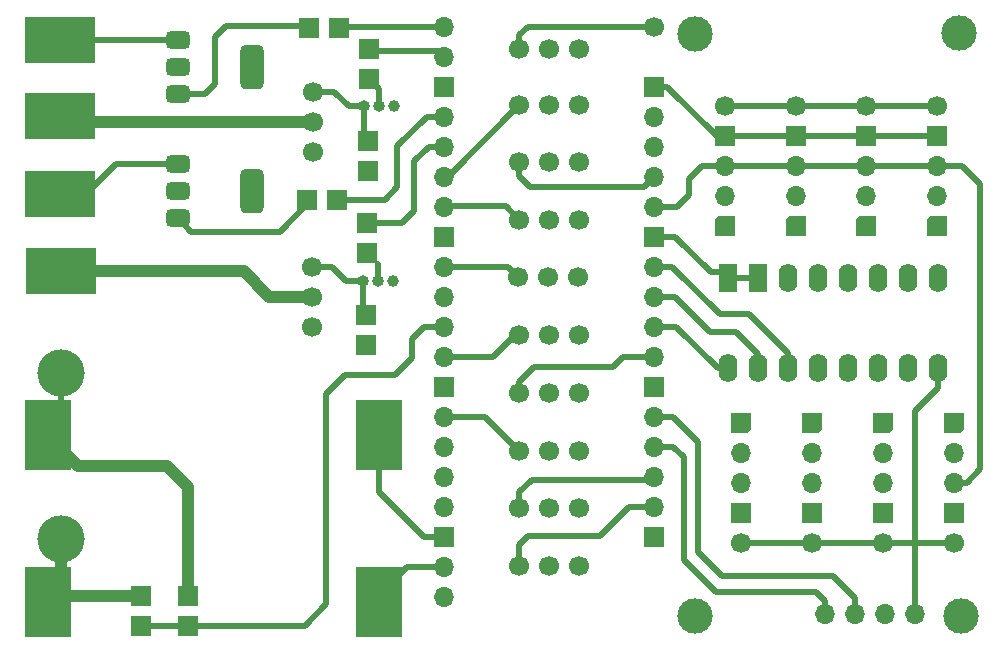
<source format=gtl>
G04 #@! TF.GenerationSoftware,KiCad,Pcbnew,9.0.4*
G04 #@! TF.CreationDate,2026-01-06T16:30:32+03:00*
G04 #@! TF.ProjectId,pico-hd-mcu-v3,7069636f-2d68-4642-9d6d-63752d76332e,rev?*
G04 #@! TF.SameCoordinates,Original*
G04 #@! TF.FileFunction,Copper,L1,Top*
G04 #@! TF.FilePolarity,Positive*
%FSLAX46Y46*%
G04 Gerber Fmt 4.6, Leading zero omitted, Abs format (unit mm)*
G04 Created by KiCad (PCBNEW 9.0.4) date 2026-01-06 16:30:32*
%MOMM*%
%LPD*%
G01*
G04 APERTURE LIST*
G04 Aperture macros list*
%AMRoundRect*
0 Rectangle with rounded corners*
0 $1 Rounding radius*
0 $2 $3 $4 $5 $6 $7 $8 $9 X,Y pos of 4 corners*
0 Add a 4 corners polygon primitive as box body*
4,1,4,$2,$3,$4,$5,$6,$7,$8,$9,$2,$3,0*
0 Add four circle primitives for the rounded corners*
1,1,$1+$1,$2,$3*
1,1,$1+$1,$4,$5*
1,1,$1+$1,$6,$7*
1,1,$1+$1,$8,$9*
0 Add four rect primitives between the rounded corners*
20,1,$1+$1,$2,$3,$4,$5,0*
20,1,$1+$1,$4,$5,$6,$7,0*
20,1,$1+$1,$6,$7,$8,$9,0*
20,1,$1+$1,$8,$9,$2,$3,0*%
%AMOutline5P*
0 Free polygon, 5 corners , with rotation*
0 The origin of the aperture is its center*
0 number of corners: always 5*
0 $1 to $10 corner X, Y*
0 $11 Rotation angle, in degrees counterclockwise*
0 create outline with 5 corners*
4,1,5,$1,$2,$3,$4,$5,$6,$7,$8,$9,$10,$1,$2,$11*%
%AMOutline6P*
0 Free polygon, 6 corners , with rotation*
0 The origin of the aperture is its center*
0 number of corners: always 6*
0 $1 to $12 corner X, Y*
0 $13 Rotation angle, in degrees counterclockwise*
0 create outline with 6 corners*
4,1,6,$1,$2,$3,$4,$5,$6,$7,$8,$9,$10,$11,$12,$1,$2,$13*%
%AMOutline7P*
0 Free polygon, 7 corners , with rotation*
0 The origin of the aperture is its center*
0 number of corners: always 7*
0 $1 to $14 corner X, Y*
0 $15 Rotation angle, in degrees counterclockwise*
0 create outline with 7 corners*
4,1,7,$1,$2,$3,$4,$5,$6,$7,$8,$9,$10,$11,$12,$13,$14,$1,$2,$15*%
%AMOutline8P*
0 Free polygon, 8 corners , with rotation*
0 The origin of the aperture is its center*
0 number of corners: always 8*
0 $1 to $16 corner X, Y*
0 $17 Rotation angle, in degrees counterclockwise*
0 create outline with 8 corners*
4,1,8,$1,$2,$3,$4,$5,$6,$7,$8,$9,$10,$11,$12,$13,$14,$15,$16,$1,$2,$17*%
G04 Aperture macros list end*
G04 #@! TA.AperFunction,ComponentPad*
%ADD10R,1.800000X1.800000*%
G04 #@! TD*
G04 #@! TA.AperFunction,ComponentPad*
%ADD11C,1.700000*%
G04 #@! TD*
G04 #@! TA.AperFunction,ComponentPad*
%ADD12R,1.700000X1.700000*%
G04 #@! TD*
G04 #@! TA.AperFunction,ComponentPad*
%ADD13O,1.700000X1.700000*%
G04 #@! TD*
G04 #@! TA.AperFunction,ComponentPad*
%ADD14Outline5P,-0.850000X0.510000X-0.510000X0.850000X0.850000X0.850000X0.850000X-0.850000X-0.850000X-0.850000X180.000000*%
G04 #@! TD*
G04 #@! TA.AperFunction,ComponentPad*
%ADD15Outline5P,-0.850000X0.510000X-0.510000X0.850000X0.850000X0.850000X0.850000X-0.850000X-0.850000X-0.850000X0.000000*%
G04 #@! TD*
G04 #@! TA.AperFunction,ComponentPad*
%ADD16C,4.000000*%
G04 #@! TD*
G04 #@! TA.AperFunction,SMDPad,CuDef*
%ADD17RoundRect,0.375000X-0.625000X-0.375000X0.625000X-0.375000X0.625000X0.375000X-0.625000X0.375000X0*%
G04 #@! TD*
G04 #@! TA.AperFunction,ComponentPad*
%ADD18RoundRect,0.500000X-0.500000X-1.400000X0.500000X-1.400000X0.500000X1.400000X-0.500000X1.400000X0*%
G04 #@! TD*
G04 #@! TA.AperFunction,ComponentPad*
%ADD19C,3.000000*%
G04 #@! TD*
G04 #@! TA.AperFunction,ComponentPad*
%ADD20R,6.000000X4.000000*%
G04 #@! TD*
G04 #@! TA.AperFunction,ComponentPad*
%ADD21O,1.000000X1.000000*%
G04 #@! TD*
G04 #@! TA.AperFunction,ComponentPad*
%ADD22C,1.000000*%
G04 #@! TD*
G04 #@! TA.AperFunction,ComponentPad*
%ADD23O,1.600000X2.400000*%
G04 #@! TD*
G04 #@! TA.AperFunction,ComponentPad*
%ADD24R,1.600000X2.400000*%
G04 #@! TD*
G04 #@! TA.AperFunction,ComponentPad*
%ADD25R,4.000000X6.000000*%
G04 #@! TD*
G04 #@! TA.AperFunction,Conductor*
%ADD26C,0.500000*%
G04 #@! TD*
G04 #@! TA.AperFunction,Conductor*
%ADD27C,1.000000*%
G04 #@! TD*
G04 APERTURE END LIST*
D10*
X50717500Y-70842500D03*
X50717500Y-73382500D03*
X46712500Y-70852500D03*
X46712500Y-73392500D03*
D11*
X90200000Y-22650000D03*
X103587500Y-66357500D03*
D12*
X103587500Y-63817500D03*
D13*
X103587500Y-61277500D03*
X103587500Y-58737500D03*
D14*
X103587500Y-56197500D03*
D11*
X114177500Y-29367500D03*
D12*
X114177500Y-31907500D03*
D13*
X114177500Y-34447500D03*
X114177500Y-36987500D03*
D15*
X114177500Y-39527500D03*
D16*
X40000000Y-52000000D03*
D11*
X61300000Y-30692500D03*
X61300000Y-28152500D03*
X61300000Y-33232500D03*
D10*
X60960000Y-22785000D03*
X63500000Y-22785000D03*
D17*
X49850000Y-34252500D03*
X49850000Y-38852500D03*
D18*
X56150000Y-36552500D03*
D17*
X49850000Y-36552500D03*
D19*
X116040000Y-23190000D03*
D13*
X90170000Y-63280000D03*
D10*
X65830000Y-49632500D03*
X65830000Y-47092500D03*
D11*
X96177500Y-29367500D03*
D12*
X96177500Y-31907500D03*
D13*
X96177500Y-34447500D03*
X96177500Y-36987500D03*
D15*
X96177500Y-39527500D03*
D20*
X39867500Y-23800000D03*
D11*
X109587500Y-66357500D03*
D12*
X109587500Y-63817500D03*
D13*
X109587500Y-61277500D03*
X109587500Y-58737500D03*
D14*
X109587500Y-56197500D03*
D10*
X60810000Y-37280000D03*
X63350000Y-37280000D03*
D21*
X66820000Y-44157500D03*
X65550000Y-44157500D03*
D22*
X68090000Y-44157500D03*
D19*
X116150000Y-72500000D03*
D11*
X108177500Y-29367500D03*
D12*
X108177500Y-31907500D03*
D13*
X108177500Y-34447500D03*
X108177500Y-36987500D03*
D15*
X108177500Y-39527500D03*
D16*
X40000000Y-66042500D03*
D12*
X90182500Y-65822500D03*
D13*
X90182500Y-60742500D03*
X90182500Y-58202500D03*
X90182500Y-55662500D03*
D12*
X90182500Y-53122500D03*
D13*
X90182500Y-50582500D03*
X90182500Y-48042500D03*
X90182500Y-45502500D03*
X90182500Y-42962500D03*
D12*
X90182500Y-40422500D03*
D13*
X90182500Y-37882500D03*
X90182500Y-35342500D03*
X90182500Y-32802500D03*
X90182500Y-30262500D03*
D12*
X90182500Y-27722500D03*
D13*
X72402500Y-22642500D03*
X72402500Y-25182500D03*
D12*
X72402500Y-27722500D03*
D13*
X72402500Y-30262500D03*
X72402500Y-32802500D03*
X72402500Y-35342500D03*
X72402500Y-37882500D03*
D12*
X72402500Y-40422500D03*
D13*
X72402500Y-42962500D03*
X72402500Y-45502500D03*
X72402500Y-48042500D03*
X72402500Y-50582500D03*
D12*
X72402500Y-53122500D03*
D13*
X72402500Y-55662500D03*
X72402500Y-58202500D03*
X72402500Y-60742500D03*
X72402500Y-63282500D03*
D12*
X72402500Y-65822500D03*
D13*
X72402500Y-68362500D03*
X72402500Y-70902500D03*
D19*
X93700000Y-72525000D03*
D17*
X49850000Y-23752500D03*
X49850000Y-28352500D03*
D18*
X56150000Y-26052500D03*
D17*
X49850000Y-26052500D03*
D11*
X61200000Y-45492500D03*
X61200000Y-42952500D03*
X61200000Y-48032500D03*
D19*
X93675000Y-23242500D03*
D13*
X109715000Y-72360000D03*
X104635000Y-72360000D03*
X107175000Y-72360000D03*
X112255000Y-72360000D03*
D20*
X39900000Y-30200000D03*
D11*
X97587500Y-66357500D03*
D12*
X97587500Y-63817500D03*
D13*
X97587500Y-61277500D03*
X97587500Y-58737500D03*
D14*
X97587500Y-56197500D03*
D11*
X115587500Y-66357500D03*
D12*
X115587500Y-63817500D03*
D13*
X115587500Y-61277500D03*
X115587500Y-58737500D03*
D14*
X115587500Y-56197500D03*
D20*
X39910000Y-36787500D03*
D10*
X65920000Y-41837500D03*
X65920000Y-39297500D03*
D21*
X66920000Y-29377500D03*
X65650000Y-29377500D03*
D22*
X68190000Y-29377500D03*
D20*
X39995000Y-43357500D03*
D10*
X65940000Y-34832500D03*
X65940000Y-32292500D03*
D11*
X102177500Y-29367500D03*
D12*
X102177500Y-31907500D03*
D13*
X102177500Y-34447500D03*
X102177500Y-36987500D03*
D15*
X102177500Y-39527500D03*
D10*
X66035000Y-27062500D03*
X66035000Y-24522500D03*
D23*
X114255000Y-43927500D03*
X111715000Y-43927500D03*
X109175000Y-43927500D03*
X106635000Y-43927500D03*
X104095000Y-43927500D03*
X101555000Y-43927500D03*
D24*
X99015000Y-43927500D03*
X96475000Y-43927500D03*
D23*
X96475000Y-51547500D03*
X99015000Y-51547500D03*
X101555000Y-51547500D03*
X104095000Y-51547500D03*
X106635000Y-51547500D03*
X109175000Y-51547500D03*
X111715000Y-51547500D03*
X114255000Y-51547500D03*
D11*
X83850000Y-63430000D03*
X81310000Y-63430000D03*
X78770000Y-63430000D03*
X83850000Y-24550000D03*
X81310000Y-24550000D03*
X78770000Y-24550000D03*
D25*
X66947500Y-71352500D03*
X38847500Y-71352500D03*
X66947500Y-57252500D03*
X38847500Y-57252500D03*
D11*
X83810000Y-53620000D03*
X81270000Y-53620000D03*
X78730000Y-53620000D03*
X83850000Y-68280000D03*
X81310000Y-68280000D03*
X78770000Y-68280000D03*
X83840000Y-29310000D03*
X81300000Y-29310000D03*
X78760000Y-29310000D03*
X83842500Y-34100000D03*
X81302500Y-34100000D03*
X78762500Y-34100000D03*
X83830000Y-58560000D03*
X81290000Y-58560000D03*
X78750000Y-58560000D03*
X83840000Y-38980000D03*
X81300000Y-38980000D03*
X78760000Y-38980000D03*
X83780000Y-43840000D03*
X81240000Y-43840000D03*
X78700000Y-43840000D03*
X83810000Y-48730000D03*
X81270000Y-48730000D03*
X78730000Y-48730000D03*
D26*
X61200000Y-42952500D02*
X62890000Y-42952500D01*
X64095000Y-44157500D02*
X65550000Y-44157500D01*
X63100000Y-28152500D02*
X64325000Y-29377500D01*
X65650000Y-29377500D02*
X65650000Y-32002500D01*
X64325000Y-29377500D02*
X65650000Y-29377500D01*
X65550000Y-44157500D02*
X65550000Y-46812500D01*
X62890000Y-42952500D02*
X64095000Y-44157500D01*
X61300000Y-28152500D02*
X63100000Y-28152500D01*
X65650000Y-32002500D02*
X65940000Y-32292500D01*
X114177500Y-31907500D02*
X96177500Y-31907500D01*
X70717500Y-65822500D02*
X72402500Y-65822500D01*
X95972500Y-43425000D02*
X96475000Y-43927500D01*
X66947500Y-62052500D02*
X70717500Y-65822500D01*
X91972500Y-40422500D02*
X94975000Y-43425000D01*
D27*
X48947500Y-59842500D02*
X41437500Y-59842500D01*
X50717500Y-70842500D02*
X50717500Y-61612500D01*
D26*
X66947500Y-62052500D02*
X66947500Y-57252500D01*
X96177500Y-31907500D02*
X95507500Y-31907500D01*
X40000000Y-52000000D02*
X40000000Y-56100000D01*
D27*
X41437500Y-59842500D02*
X38847500Y-57252500D01*
D26*
X91322500Y-27722500D02*
X90182500Y-27722500D01*
D27*
X50717500Y-61612500D02*
X48947500Y-59842500D01*
D26*
X90182500Y-40422500D02*
X91972500Y-40422500D01*
X95507500Y-31907500D02*
X91322500Y-27722500D01*
X99015000Y-43927500D02*
X96475000Y-43927500D01*
X94975000Y-43425000D02*
X95972500Y-43425000D01*
X40247500Y-56852500D02*
X38847500Y-55452500D01*
X40000000Y-56100000D02*
X38847500Y-57252500D01*
D27*
X40000000Y-70200000D02*
X40000000Y-66042500D01*
X39347500Y-70852500D02*
X46712500Y-70852500D01*
X38847500Y-71352500D02*
X39347500Y-70852500D01*
X38847500Y-71352500D02*
X40000000Y-70200000D01*
D26*
X40457500Y-23752500D02*
X49850000Y-23752500D01*
X39867500Y-24342500D02*
X40457500Y-23752500D01*
D27*
X39900000Y-30352500D02*
X40240000Y-30692500D01*
X40240000Y-30692500D02*
X61300000Y-30692500D01*
D26*
X44647500Y-34252500D02*
X49850000Y-34252500D01*
X39910000Y-36397500D02*
X42502500Y-36397500D01*
X42502500Y-36397500D02*
X44647500Y-34252500D01*
D27*
X57587500Y-45492500D02*
X61200000Y-45492500D01*
X39995000Y-43357500D02*
X55452500Y-43357500D01*
X55452500Y-43357500D02*
X57587500Y-45492500D01*
D26*
X114255000Y-51547500D02*
X114290000Y-51582500D01*
X112300000Y-55200000D02*
X112300000Y-72315000D01*
X112300000Y-72315000D02*
X112255000Y-72360000D01*
X114255000Y-51547500D02*
X114255000Y-53245000D01*
X114255000Y-53245000D02*
X112300000Y-55200000D01*
X115587500Y-66357500D02*
X97587500Y-66357500D01*
X72402500Y-68362500D02*
X69237500Y-68362500D01*
X69237500Y-68362500D02*
X66947500Y-70652500D01*
X96177500Y-29367500D02*
X114177500Y-29367500D01*
X66947500Y-70652500D02*
X66947500Y-71352500D01*
X63635000Y-22650000D02*
X72395000Y-22650000D01*
X53000000Y-27500000D02*
X53000000Y-23550000D01*
X72395000Y-22650000D02*
X72402500Y-22642500D01*
X72402500Y-22642500D02*
X72360000Y-22600000D01*
X53950000Y-22600000D02*
X60745000Y-22600000D01*
X53000000Y-23550000D02*
X53950000Y-22600000D01*
X63500000Y-22785000D02*
X63635000Y-22650000D01*
X60745000Y-22600000D02*
X60945000Y-22800000D01*
X49850000Y-28352500D02*
X52147500Y-28352500D01*
X52147500Y-28352500D02*
X53000000Y-27500000D01*
X50997500Y-40000000D02*
X58500000Y-40000000D01*
X72402500Y-30262500D02*
X70937500Y-30262500D01*
X68447500Y-32752500D02*
X68447500Y-36252500D01*
X70937500Y-30262500D02*
X68447500Y-32752500D01*
X58500000Y-40000000D02*
X60810000Y-37690000D01*
X49850000Y-38852500D02*
X50997500Y-40000000D01*
X67420000Y-37280000D02*
X63350000Y-37280000D01*
X60810000Y-37690000D02*
X60810000Y-37280000D01*
X68447500Y-36252500D02*
X67420000Y-37280000D01*
X66820000Y-42737500D02*
X66820000Y-44157500D01*
X72402500Y-32802500D02*
X71147500Y-32802500D01*
X68840981Y-39297500D02*
X65920000Y-39297500D01*
X69900000Y-34050000D02*
X69900000Y-38238481D01*
X69900000Y-38238481D02*
X68840981Y-39297500D01*
X71147500Y-32802500D02*
X69900000Y-34050000D01*
X72402500Y-25182500D02*
X71920000Y-24700000D01*
X66212500Y-24700000D02*
X66035000Y-24522500D01*
X71920000Y-24700000D02*
X66212500Y-24700000D01*
X66920000Y-27947500D02*
X66920000Y-29377500D01*
X72372500Y-25152500D02*
X72402500Y-25182500D01*
X66035000Y-27062500D02*
X66920000Y-27947500D01*
X90195000Y-42950000D02*
X90182500Y-42962500D01*
X91700000Y-42950000D02*
X90195000Y-42950000D01*
X98245000Y-47000000D02*
X95750000Y-47000000D01*
X101555000Y-50310000D02*
X98245000Y-47000000D01*
X101555000Y-51547500D02*
X101555000Y-50310000D01*
X95750000Y-47000000D02*
X91700000Y-42950000D01*
X94950000Y-48525000D02*
X97150000Y-48525000D01*
X90182500Y-45502500D02*
X91927500Y-45502500D01*
X97150000Y-48525000D02*
X99015000Y-50390000D01*
X91927500Y-45502500D02*
X94950000Y-48525000D01*
X99015000Y-50390000D02*
X99015000Y-51547500D01*
X92067500Y-48042500D02*
X90182500Y-48042500D01*
X96475000Y-51547500D02*
X95572500Y-51547500D01*
X95572500Y-51547500D02*
X92067500Y-48042500D01*
X91757500Y-55662500D02*
X90182500Y-55662500D01*
X107175000Y-72360000D02*
X107175000Y-70980000D01*
X93900000Y-67100000D02*
X93900000Y-57805000D01*
X93900000Y-57805000D02*
X91757500Y-55662500D01*
X95935000Y-69135000D02*
X93900000Y-67100000D01*
X105330000Y-69135000D02*
X95935000Y-69135000D01*
X107175000Y-70980000D02*
X105330000Y-69135000D01*
X104635000Y-71240000D02*
X103897500Y-70502500D01*
X103897500Y-70502500D02*
X95402500Y-70502500D01*
X92700000Y-59105000D02*
X91797500Y-58202500D01*
X95402500Y-70502500D02*
X92700000Y-67800000D01*
X92700000Y-67800000D02*
X92700000Y-59105000D01*
X91797500Y-58202500D02*
X90182500Y-58202500D01*
X104635000Y-72360000D02*
X104635000Y-71240000D01*
X62447500Y-53752500D02*
X64047500Y-52152500D01*
X46712500Y-73392500D02*
X50707500Y-73392500D01*
X50717500Y-73382500D02*
X60617500Y-73382500D01*
X50707500Y-73392500D02*
X50717500Y-73382500D01*
X69710000Y-49090000D02*
X70757500Y-48042500D01*
X68247500Y-52152500D02*
X69710000Y-50690000D01*
X64047500Y-52152500D02*
X68247500Y-52152500D01*
X69710000Y-50690000D02*
X69710000Y-49090000D01*
X60617500Y-73382500D02*
X62447500Y-71552500D01*
X70757500Y-48042500D02*
X72402500Y-48042500D01*
X62447500Y-71552500D02*
X62447500Y-53752500D01*
X116652500Y-61277500D02*
X115587500Y-61277500D01*
X92117500Y-37882500D02*
X90182500Y-37882500D01*
X114177500Y-34447500D02*
X116247500Y-34447500D01*
X96177500Y-34447500D02*
X94252500Y-34447500D01*
X116247500Y-34447500D02*
X117800000Y-36000000D01*
X93125000Y-36875000D02*
X92117500Y-37882500D01*
X117800000Y-36000000D02*
X117800000Y-60130000D01*
X117800000Y-60130000D02*
X116652500Y-61277500D01*
X96177500Y-34447500D02*
X114177500Y-34447500D01*
X94252500Y-34447500D02*
X93125000Y-35575000D01*
X93125000Y-35575000D02*
X93125000Y-36875000D01*
X72500000Y-50680000D02*
X72402500Y-50582500D01*
X76557500Y-50582500D02*
X72402500Y-50582500D01*
X78410000Y-48730000D02*
X76557500Y-50582500D01*
X72727500Y-35342500D02*
X72402500Y-35342500D01*
X78760000Y-29310000D02*
X72727500Y-35342500D01*
X72425000Y-37860000D02*
X77640000Y-37860000D01*
X77640000Y-37860000D02*
X78760000Y-38980000D01*
X87550000Y-50580000D02*
X86680000Y-51450000D01*
X90180000Y-50580000D02*
X87550000Y-50580000D01*
X78730000Y-52730000D02*
X78730000Y-53620000D01*
X80010000Y-51450000D02*
X78730000Y-52730000D01*
X86680000Y-51450000D02*
X80010000Y-51450000D01*
X90182500Y-50582500D02*
X90180000Y-50580000D01*
X77820000Y-42960000D02*
X78700000Y-43840000D01*
X72405000Y-42960000D02*
X77820000Y-42960000D01*
X78770000Y-23380000D02*
X79500000Y-22650000D01*
X78770000Y-24550000D02*
X78770000Y-23380000D01*
X79500000Y-22650000D02*
X90200000Y-22650000D01*
X79840000Y-61010000D02*
X78770000Y-62080000D01*
X90182500Y-60742500D02*
X89915000Y-61010000D01*
X78770000Y-62080000D02*
X78770000Y-63430000D01*
X89915000Y-61010000D02*
X79840000Y-61010000D01*
X85580000Y-65770000D02*
X79520000Y-65770000D01*
X78770000Y-66520000D02*
X78770000Y-68280000D01*
X90170000Y-63280000D02*
X88070000Y-63280000D01*
X79520000Y-65770000D02*
X78770000Y-66520000D01*
X88070000Y-63280000D02*
X85580000Y-65770000D01*
X78762500Y-34100000D02*
X78762500Y-35302500D01*
X78762500Y-35302500D02*
X79652500Y-36192500D01*
X89332500Y-36192500D02*
X90182500Y-35342500D01*
X79652500Y-36192500D02*
X89332500Y-36192500D01*
X75852500Y-55662500D02*
X72402500Y-55662500D01*
X78750000Y-58560000D02*
X75852500Y-55662500D01*
M02*

</source>
